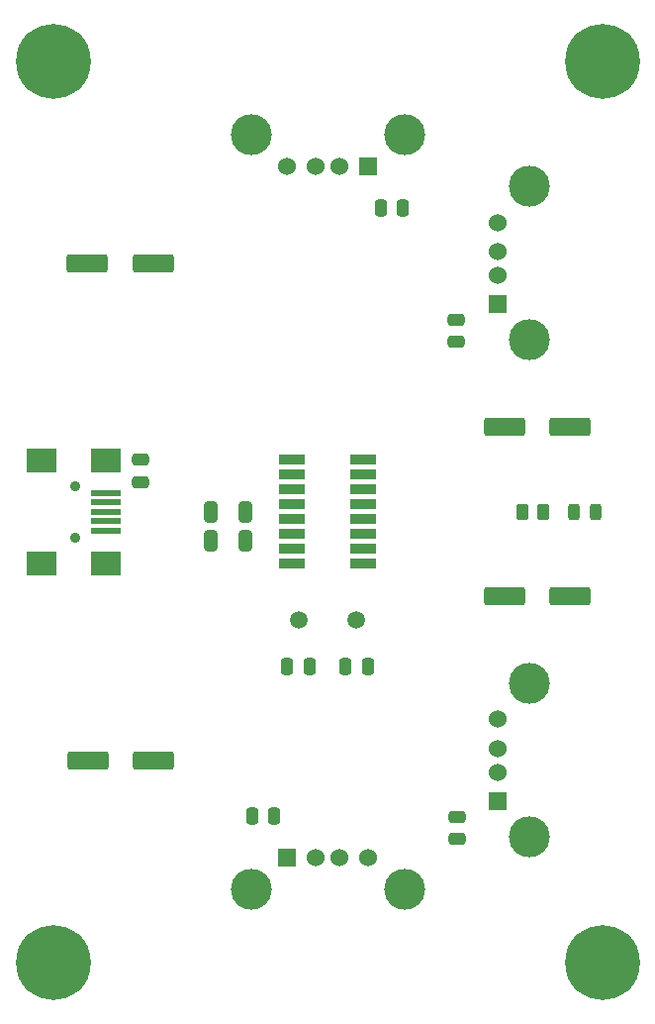
<source format=gts>
%TF.GenerationSoftware,KiCad,Pcbnew,(6.0.5)*%
%TF.CreationDate,2024-05-01T13:41:59+02:00*%
%TF.ProjectId,SL2.1A-HS-HUB,534c322e-3141-42d4-9853-2d4855422e6b,rev?*%
%TF.SameCoordinates,Original*%
%TF.FileFunction,Soldermask,Top*%
%TF.FilePolarity,Negative*%
%FSLAX46Y46*%
G04 Gerber Fmt 4.6, Leading zero omitted, Abs format (unit mm)*
G04 Created by KiCad (PCBNEW (6.0.5)) date 2024-05-01 13:41:59*
%MOMM*%
%LPD*%
G01*
G04 APERTURE LIST*
G04 Aperture macros list*
%AMRoundRect*
0 Rectangle with rounded corners*
0 $1 Rounding radius*
0 $2 $3 $4 $5 $6 $7 $8 $9 X,Y pos of 4 corners*
0 Add a 4 corners polygon primitive as box body*
4,1,4,$2,$3,$4,$5,$6,$7,$8,$9,$2,$3,0*
0 Add four circle primitives for the rounded corners*
1,1,$1+$1,$2,$3*
1,1,$1+$1,$4,$5*
1,1,$1+$1,$6,$7*
1,1,$1+$1,$8,$9*
0 Add four rect primitives between the rounded corners*
20,1,$1+$1,$2,$3,$4,$5,0*
20,1,$1+$1,$4,$5,$6,$7,0*
20,1,$1+$1,$6,$7,$8,$9,0*
20,1,$1+$1,$8,$9,$2,$3,0*%
G04 Aperture macros list end*
%ADD10RoundRect,0.250000X1.500000X0.550000X-1.500000X0.550000X-1.500000X-0.550000X1.500000X-0.550000X0*%
%ADD11RoundRect,0.250000X0.250000X0.475000X-0.250000X0.475000X-0.250000X-0.475000X0.250000X-0.475000X0*%
%ADD12R,1.524000X1.524000*%
%ADD13C,1.524000*%
%ADD14C,3.500000*%
%ADD15RoundRect,0.102000X1.016000X-0.330200X1.016000X0.330200X-1.016000X0.330200X-1.016000X-0.330200X0*%
%ADD16RoundRect,0.250000X-0.325000X-0.650000X0.325000X-0.650000X0.325000X0.650000X-0.325000X0.650000X0*%
%ADD17RoundRect,0.250000X-0.475000X0.250000X-0.475000X-0.250000X0.475000X-0.250000X0.475000X0.250000X0*%
%ADD18RoundRect,0.250000X-0.250000X-0.475000X0.250000X-0.475000X0.250000X0.475000X-0.250000X0.475000X0*%
%ADD19C,1.500000*%
%ADD20C,6.400000*%
%ADD21RoundRect,0.250000X0.475000X-0.250000X0.475000X0.250000X-0.475000X0.250000X-0.475000X-0.250000X0*%
%ADD22RoundRect,0.250000X-0.262500X-0.450000X0.262500X-0.450000X0.262500X0.450000X-0.262500X0.450000X0*%
%ADD23C,0.900000*%
%ADD24R,2.500000X0.500000*%
%ADD25R,2.500000X2.000000*%
%ADD26RoundRect,0.243750X-0.243750X-0.456250X0.243750X-0.456250X0.243750X0.456250X-0.243750X0.456250X0*%
G04 APERTURE END LIST*
D10*
%TO.C,C8*%
X133550000Y-84250000D03*
X127950000Y-84250000D03*
%TD*%
D11*
%TO.C,C2*%
X143950000Y-131500000D03*
X142050000Y-131500000D03*
%TD*%
D12*
%TO.C,J2*%
X152000000Y-75977500D03*
D13*
X149500000Y-75977500D03*
X147500000Y-75977500D03*
X145000000Y-75977500D03*
D14*
X141930000Y-73267500D03*
X155070000Y-73267500D03*
%TD*%
D10*
%TO.C,C12*%
X169274396Y-112750000D03*
X163674396Y-112750000D03*
%TD*%
D12*
%TO.C,J5*%
X145000000Y-135022500D03*
D13*
X147500000Y-135022500D03*
X149500000Y-135022500D03*
X152000000Y-135022500D03*
D14*
X155070000Y-137732500D03*
X141930000Y-137732500D03*
%TD*%
D15*
%TO.C,U1*%
X151573400Y-109945000D03*
X151573400Y-108675000D03*
X151573400Y-107405000D03*
X151573400Y-106135000D03*
X151573400Y-104865000D03*
X151573400Y-103595000D03*
X151573400Y-102325000D03*
X151573400Y-101055000D03*
X145426600Y-101055000D03*
X145426600Y-102325000D03*
X145426600Y-103595000D03*
X145426600Y-104865000D03*
X145426600Y-106135000D03*
X145426600Y-107405000D03*
X145426600Y-108675000D03*
X145426600Y-109945000D03*
%TD*%
D16*
%TO.C,C4*%
X138525000Y-105500000D03*
X141475000Y-105500000D03*
%TD*%
%TO.C,C5*%
X138525000Y-108000000D03*
X141475000Y-108000000D03*
%TD*%
D12*
%TO.C,J3*%
X163022500Y-87750000D03*
D13*
X163022500Y-85250000D03*
X163022500Y-83250000D03*
X163022500Y-80750000D03*
D14*
X165732500Y-77680000D03*
X165732500Y-90820000D03*
%TD*%
D17*
%TO.C,C9*%
X132500000Y-101050000D03*
X132500000Y-102950000D03*
%TD*%
D18*
%TO.C,C3*%
X145050000Y-118750000D03*
X146950000Y-118750000D03*
%TD*%
D19*
%TO.C,Y1*%
X150950000Y-114750000D03*
X146070000Y-114750000D03*
%TD*%
D20*
%TO.C,H1*%
X172000000Y-67000000D03*
%TD*%
D11*
%TO.C,C1*%
X151950000Y-118750000D03*
X150050000Y-118750000D03*
%TD*%
D21*
%TO.C,C7*%
X159500000Y-90950000D03*
X159500000Y-89050000D03*
%TD*%
D12*
%TO.C,J4*%
X163022500Y-130250000D03*
D13*
X163022500Y-127750000D03*
X163022500Y-125750000D03*
X163022500Y-123250000D03*
D14*
X165732500Y-120180000D03*
X165732500Y-133320000D03*
%TD*%
D20*
%TO.C,H4*%
X125000000Y-67000000D03*
%TD*%
D10*
%TO.C,C10*%
X133608523Y-126750000D03*
X128008523Y-126750000D03*
%TD*%
D22*
%TO.C,R1*%
X165151896Y-105545000D03*
X166976896Y-105545000D03*
%TD*%
D23*
%TO.C,J1*%
X126925000Y-103300000D03*
X126925000Y-107700000D03*
D24*
X129525000Y-103900000D03*
X129525000Y-104700000D03*
X129525000Y-105500000D03*
X129525000Y-106300000D03*
X129525000Y-107100000D03*
D25*
X124025000Y-101100000D03*
X129525000Y-109900000D03*
X124025000Y-109900000D03*
X129525000Y-101100000D03*
%TD*%
D20*
%TO.C,H2*%
X172000000Y-144000000D03*
%TD*%
D21*
%TO.C,C11*%
X159550000Y-133450000D03*
X159550000Y-131550000D03*
%TD*%
D26*
%TO.C,D1*%
X169536896Y-105500000D03*
X171411896Y-105500000D03*
%TD*%
D11*
%TO.C,C13*%
X154950000Y-79500000D03*
X153050000Y-79500000D03*
%TD*%
D20*
%TO.C,H3*%
X125000000Y-144000000D03*
%TD*%
D10*
%TO.C,C6*%
X169274396Y-98250000D03*
X163674396Y-98250000D03*
%TD*%
M02*

</source>
